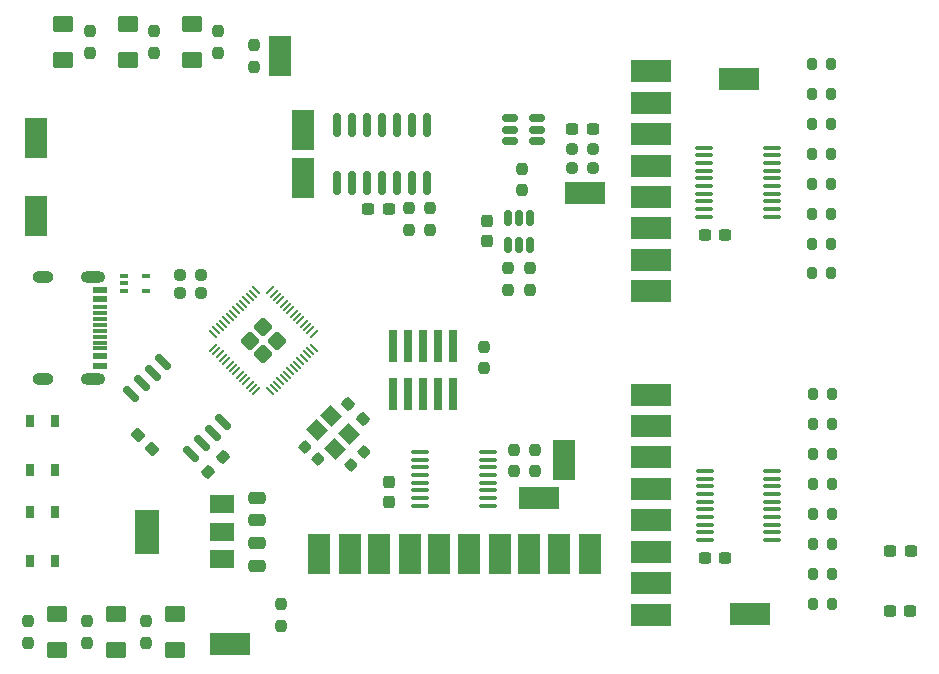
<source format=gbr>
%TF.GenerationSoftware,KiCad,Pcbnew,7.0.7*%
%TF.CreationDate,2023-10-22T12:37:57-05:00*%
%TF.ProjectId,state mode logic analyzer,73746174-6520-46d6-9f64-65206c6f6769,1*%
%TF.SameCoordinates,Original*%
%TF.FileFunction,Paste,Top*%
%TF.FilePolarity,Positive*%
%FSLAX46Y46*%
G04 Gerber Fmt 4.6, Leading zero omitted, Abs format (unit mm)*
G04 Created by KiCad (PCBNEW 7.0.7) date 2023-10-22 12:37:57*
%MOMM*%
%LPD*%
G01*
G04 APERTURE LIST*
G04 Aperture macros list*
%AMRoundRect*
0 Rectangle with rounded corners*
0 $1 Rounding radius*
0 $2 $3 $4 $5 $6 $7 $8 $9 X,Y pos of 4 corners*
0 Add a 4 corners polygon primitive as box body*
4,1,4,$2,$3,$4,$5,$6,$7,$8,$9,$2,$3,0*
0 Add four circle primitives for the rounded corners*
1,1,$1+$1,$2,$3*
1,1,$1+$1,$4,$5*
1,1,$1+$1,$6,$7*
1,1,$1+$1,$8,$9*
0 Add four rect primitives between the rounded corners*
20,1,$1+$1,$2,$3,$4,$5,0*
20,1,$1+$1,$4,$5,$6,$7,0*
20,1,$1+$1,$6,$7,$8,$9,0*
20,1,$1+$1,$8,$9,$2,$3,0*%
%AMRotRect*
0 Rectangle, with rotation*
0 The origin of the aperture is its center*
0 $1 length*
0 $2 width*
0 $3 Rotation angle, in degrees counterclockwise*
0 Add horizontal line*
21,1,$1,$2,0,0,$3*%
G04 Aperture macros list end*
%ADD10RoundRect,0.237500X0.237500X-0.250000X0.237500X0.250000X-0.237500X0.250000X-0.237500X-0.250000X0*%
%ADD11RoundRect,0.237500X-0.344715X0.008839X0.008839X-0.344715X0.344715X-0.008839X-0.008839X0.344715X0*%
%ADD12RoundRect,0.250001X0.624999X-0.462499X0.624999X0.462499X-0.624999X0.462499X-0.624999X-0.462499X0*%
%ADD13RotRect,1.400000X1.200000X315.000000*%
%ADD14RoundRect,0.225000X-0.335876X-0.017678X-0.017678X-0.335876X0.335876X0.017678X0.017678X0.335876X0*%
%ADD15R,1.850000X3.450000*%
%ADD16RoundRect,0.237500X-0.237500X0.250000X-0.237500X-0.250000X0.237500X-0.250000X0.237500X0.250000X0*%
%ADD17R,0.650000X1.050000*%
%ADD18R,3.450000X1.850000*%
%ADD19R,1.150000X0.600000*%
%ADD20R,1.150000X0.300000*%
%ADD21O,2.100000X1.000000*%
%ADD22O,1.800000X1.000000*%
%ADD23RoundRect,0.200000X0.200000X0.275000X-0.200000X0.275000X-0.200000X-0.275000X0.200000X-0.275000X0*%
%ADD24RoundRect,0.237500X-0.237500X0.300000X-0.237500X-0.300000X0.237500X-0.300000X0.237500X0.300000X0*%
%ADD25RoundRect,0.237500X0.300000X0.237500X-0.300000X0.237500X-0.300000X-0.237500X0.300000X-0.237500X0*%
%ADD26RoundRect,0.150000X-0.150000X0.512500X-0.150000X-0.512500X0.150000X-0.512500X0.150000X0.512500X0*%
%ADD27RoundRect,0.150000X0.565685X-0.353553X-0.353553X0.565685X-0.565685X0.353553X0.353553X-0.565685X0*%
%ADD28R,0.650000X0.400000*%
%ADD29RoundRect,0.150000X-0.512500X-0.150000X0.512500X-0.150000X0.512500X0.150000X-0.512500X0.150000X0*%
%ADD30RoundRect,0.237500X0.250000X0.237500X-0.250000X0.237500X-0.250000X-0.237500X0.250000X-0.237500X0*%
%ADD31RoundRect,0.250000X-0.475000X0.250000X-0.475000X-0.250000X0.475000X-0.250000X0.475000X0.250000X0*%
%ADD32R,2.000000X1.500000*%
%ADD33R,2.000000X3.800000*%
%ADD34R,0.740000X2.790000*%
%ADD35RoundRect,0.237500X-0.250000X-0.237500X0.250000X-0.237500X0.250000X0.237500X-0.250000X0.237500X0*%
%ADD36RoundRect,0.237500X0.237500X-0.300000X0.237500X0.300000X-0.237500X0.300000X-0.237500X-0.300000X0*%
%ADD37RoundRect,0.237500X-0.380070X0.044194X0.044194X-0.380070X0.380070X-0.044194X-0.044194X0.380070X0*%
%ADD38RoundRect,0.237500X0.008839X0.344715X-0.344715X-0.008839X-0.008839X-0.344715X0.344715X0.008839X0*%
%ADD39RoundRect,0.100000X0.637500X0.100000X-0.637500X0.100000X-0.637500X-0.100000X0.637500X-0.100000X0*%
%ADD40RoundRect,0.249999X0.000000X-0.558616X0.558616X0.000000X0.000000X0.558616X-0.558616X0.000000X0*%
%ADD41RoundRect,0.050000X-0.238649X-0.309359X0.309359X0.238649X0.238649X0.309359X-0.309359X-0.238649X0*%
%ADD42RoundRect,0.050000X0.238649X-0.309359X0.309359X-0.238649X-0.238649X0.309359X-0.309359X0.238649X0*%
%ADD43RoundRect,0.225000X-0.017678X0.335876X-0.335876X0.017678X0.017678X-0.335876X0.335876X-0.017678X0*%
%ADD44RoundRect,0.250000X0.475000X-0.250000X0.475000X0.250000X-0.475000X0.250000X-0.475000X-0.250000X0*%
%ADD45RoundRect,0.237500X-0.300000X-0.237500X0.300000X-0.237500X0.300000X0.237500X-0.300000X0.237500X0*%
%ADD46RoundRect,0.150000X0.150000X-0.825000X0.150000X0.825000X-0.150000X0.825000X-0.150000X-0.825000X0*%
G04 APERTURE END LIST*
D10*
%TO.C,R11*%
X106025000Y-70287500D03*
X106025000Y-68462500D03*
%TD*%
D11*
%TO.C,R12*%
X91979765Y-64579765D03*
X93270235Y-65870235D03*
%TD*%
D12*
%TO.C,D3*%
X77375000Y-85387500D03*
X77375000Y-82412500D03*
%TD*%
D13*
%TO.C,Y1*%
X89346142Y-66823223D03*
X90901777Y-68378858D03*
X92103858Y-67176777D03*
X90548223Y-65621142D03*
%TD*%
D14*
%TO.C,C1*%
X88326992Y-68201992D03*
X89423008Y-69298008D03*
%TD*%
D15*
%TO.C,TP7*%
X92125000Y-77300000D03*
%TD*%
%TO.C,TP3*%
X102275000Y-77300000D03*
%TD*%
D16*
%TO.C,R1*%
X86350000Y-81537500D03*
X86350000Y-83362500D03*
%TD*%
D17*
%TO.C,SW1*%
X67225000Y-73750000D03*
X67225000Y-77900000D03*
X65075000Y-73750000D03*
X65075000Y-77900000D03*
%TD*%
D12*
%TO.C,D5*%
X73350000Y-35437500D03*
X73350000Y-32462500D03*
%TD*%
D18*
%TO.C,TP12*%
X112050000Y-46725000D03*
%TD*%
%TO.C,TP105*%
X117625000Y-49739999D03*
%TD*%
%TO.C,TP110*%
X117625000Y-69125000D03*
%TD*%
D19*
%TO.C,J1*%
X70955000Y-54950000D03*
X70955000Y-55750000D03*
D20*
X70955000Y-56900000D03*
X70955000Y-57900000D03*
X70955000Y-58400000D03*
X70955000Y-59400000D03*
D19*
X70955000Y-60550000D03*
X70955000Y-61350000D03*
X70955000Y-61350000D03*
X70955000Y-60550000D03*
D20*
X70955000Y-59900000D03*
X70955000Y-58900000D03*
X70955000Y-57400000D03*
X70955000Y-56400000D03*
D19*
X70955000Y-55750000D03*
X70955000Y-54950000D03*
D21*
X70380000Y-53830000D03*
D22*
X66200000Y-53830000D03*
D21*
X70380000Y-62470000D03*
D22*
X66200000Y-62470000D03*
%TD*%
D23*
%TO.C,R35*%
X132995000Y-68810714D03*
X131345000Y-68810714D03*
%TD*%
%TO.C,R31*%
X132900000Y-51014284D03*
X131250000Y-51014284D03*
%TD*%
D24*
%TO.C,C19*%
X103750000Y-49112500D03*
X103750000Y-50837500D03*
%TD*%
D23*
%TO.C,R34*%
X132995000Y-66267857D03*
X131345000Y-66267857D03*
%TD*%
D25*
%TO.C,C24*%
X139612500Y-82100000D03*
X137887500Y-82100000D03*
%TD*%
D26*
%TO.C,U5*%
X107425000Y-48837500D03*
X106475000Y-48837500D03*
X105525000Y-48837500D03*
X105525000Y-51112500D03*
X106475000Y-51112500D03*
X107425000Y-51112500D03*
%TD*%
D18*
%TO.C,TP102*%
X117625000Y-41750000D03*
%TD*%
D23*
%TO.C,R39*%
X132995000Y-78982142D03*
X131345000Y-78982142D03*
%TD*%
D16*
%TO.C,R18*%
X107445000Y-53087500D03*
X107445000Y-54912500D03*
%TD*%
D27*
%TO.C,U7*%
X78738666Y-68832743D03*
X79636692Y-67934717D03*
X80534717Y-67036692D03*
X81432743Y-66138666D03*
X76341574Y-61047497D03*
X75443548Y-61945523D03*
X74545523Y-62843548D03*
X73647497Y-63741574D03*
%TD*%
D23*
%TO.C,R25*%
X132900000Y-35800000D03*
X131250000Y-35800000D03*
%TD*%
D16*
%TO.C,R20*%
X106750000Y-44662500D03*
X106750000Y-46487500D03*
%TD*%
D28*
%TO.C,D7*%
X73025000Y-53725000D03*
X73025000Y-54375000D03*
X73025000Y-55025000D03*
X74925000Y-55025000D03*
X74925000Y-53725000D03*
%TD*%
D18*
%TO.C,TP18*%
X126025000Y-82400000D03*
%TD*%
D25*
%TO.C,C21*%
X95437500Y-48050000D03*
X93712500Y-48050000D03*
%TD*%
D23*
%TO.C,R28*%
X132900000Y-43407142D03*
X131250000Y-43407142D03*
%TD*%
D18*
%TO.C,TP100*%
X117625000Y-36423334D03*
%TD*%
%TO.C,TP111*%
X117625000Y-71788333D03*
%TD*%
D16*
%TO.C,R19*%
X105505000Y-53087500D03*
X105505000Y-54912500D03*
%TD*%
D15*
%TO.C,TP0*%
X109900000Y-77315000D03*
%TD*%
D18*
%TO.C,TP106*%
X117625000Y-52403332D03*
%TD*%
D12*
%TO.C,D4*%
X78825000Y-35437500D03*
X78825000Y-32462500D03*
%TD*%
D15*
%TO.C,TP8*%
X89575000Y-77325000D03*
%TD*%
D29*
%TO.C,U4*%
X105712500Y-40425000D03*
X105712500Y-41375000D03*
X105712500Y-42325000D03*
X107987500Y-42325000D03*
X107987500Y-41375000D03*
X107987500Y-40425000D03*
%TD*%
D12*
%TO.C,D1*%
X67395000Y-85387500D03*
X67395000Y-82412500D03*
%TD*%
%TO.C,D6*%
X67850000Y-35437500D03*
X67850000Y-32462500D03*
%TD*%
D23*
%TO.C,R30*%
X132900000Y-48478570D03*
X131250000Y-48478570D03*
%TD*%
D16*
%TO.C,R2*%
X84075000Y-34237500D03*
X84075000Y-36062500D03*
%TD*%
D25*
%TO.C,C3*%
X123937500Y-50300000D03*
X122212500Y-50300000D03*
%TD*%
D30*
%TO.C,R21*%
X112762500Y-44650000D03*
X110937500Y-44650000D03*
%TD*%
D31*
%TO.C,C6*%
X84325000Y-72550000D03*
X84325000Y-74450000D03*
%TD*%
D23*
%TO.C,R40*%
X132995000Y-81525000D03*
X131345000Y-81525000D03*
%TD*%
D18*
%TO.C,TP109*%
X117625000Y-66461667D03*
%TD*%
D10*
%TO.C,R6*%
X69890000Y-84835000D03*
X69890000Y-83010000D03*
%TD*%
D18*
%TO.C,TP101*%
X117625000Y-39086667D03*
%TD*%
%TO.C,TP113*%
X117625000Y-77114999D03*
%TD*%
D32*
%TO.C,U9*%
X81300000Y-77700000D03*
X81300000Y-75400000D03*
X81300000Y-73100000D03*
D33*
X75000000Y-75400000D03*
%TD*%
D15*
%TO.C,TP6*%
X94650000Y-77300000D03*
%TD*%
D34*
%TO.C,J7*%
X95810000Y-63785000D03*
X95810000Y-59715000D03*
X97080000Y-63785000D03*
X97080000Y-59715000D03*
X98350000Y-63785000D03*
X98350000Y-59715000D03*
X99620000Y-63785000D03*
X99620000Y-59715000D03*
X100890000Y-63785000D03*
X100890000Y-59715000D03*
%TD*%
D23*
%TO.C,R36*%
X132995000Y-71353571D03*
X131345000Y-71353571D03*
%TD*%
D15*
%TO.C,TP4*%
X99725000Y-77300000D03*
%TD*%
D35*
%TO.C,R22*%
X110937500Y-43000000D03*
X112762500Y-43000000D03*
%TD*%
D36*
%TO.C,C22*%
X95475000Y-72887500D03*
X95475000Y-71162500D03*
%TD*%
D25*
%TO.C,C23*%
X139637500Y-77050000D03*
X137912500Y-77050000D03*
%TD*%
D15*
%TO.C,TP5*%
X97225000Y-77300000D03*
%TD*%
%TO.C,TP19*%
X65550000Y-48675000D03*
%TD*%
D10*
%TO.C,R5*%
X64900000Y-84835000D03*
X64900000Y-83010000D03*
%TD*%
%TO.C,R4*%
X75600000Y-34885000D03*
X75600000Y-33060000D03*
%TD*%
D16*
%TO.C,R15*%
X98950000Y-48012500D03*
X98950000Y-49837500D03*
%TD*%
D18*
%TO.C,TP10*%
X108150000Y-72550000D03*
%TD*%
D23*
%TO.C,R29*%
X132900000Y-45942856D03*
X131250000Y-45942856D03*
%TD*%
D15*
%TO.C,TP13*%
X88175000Y-41375000D03*
%TD*%
%TO.C,TP9*%
X86275000Y-35125000D03*
%TD*%
D37*
%TO.C,C31*%
X74205240Y-67205240D03*
X75425000Y-68425000D03*
%TD*%
D30*
%TO.C,R16*%
X79562500Y-53650000D03*
X77737500Y-53650000D03*
%TD*%
D38*
%TO.C,R10*%
X81410355Y-69082385D03*
X80119885Y-70372855D03*
%TD*%
D15*
%TO.C,TP15*%
X65575000Y-42100000D03*
%TD*%
D18*
%TO.C,TP108*%
X117625000Y-63798334D03*
%TD*%
D10*
%TO.C,R7*%
X74880000Y-84835000D03*
X74880000Y-83010000D03*
%TD*%
D18*
%TO.C,TP115*%
X117625000Y-82441670D03*
%TD*%
%TO.C,TP107*%
X117625000Y-55066665D03*
%TD*%
D15*
%TO.C,TP133*%
X112475000Y-77300000D03*
%TD*%
%TO.C,TP14*%
X88175000Y-45450000D03*
%TD*%
D39*
%TO.C,U10*%
X127900000Y-48737500D03*
X127900000Y-48087500D03*
X127900000Y-47437500D03*
X127900000Y-46787500D03*
X127900000Y-46137500D03*
X127900000Y-45487500D03*
X127900000Y-44837500D03*
X127900000Y-44187500D03*
X127900000Y-43537500D03*
X127900000Y-42887500D03*
X122175000Y-42887500D03*
X122175000Y-43537500D03*
X122175000Y-44187500D03*
X122175000Y-44837500D03*
X122175000Y-45487500D03*
X122175000Y-46137500D03*
X122175000Y-46787500D03*
X122175000Y-47437500D03*
X122175000Y-48087500D03*
X122175000Y-48737500D03*
%TD*%
D18*
%TO.C,TP104*%
X117625000Y-47076666D03*
%TD*%
D10*
%TO.C,R3*%
X81025000Y-34885000D03*
X81025000Y-33060000D03*
%TD*%
D15*
%TO.C,TP2*%
X104825000Y-77300000D03*
%TD*%
D23*
%TO.C,R38*%
X132995000Y-76439285D03*
X131345000Y-76439285D03*
%TD*%
D18*
%TO.C,TP114*%
X117625000Y-79778332D03*
%TD*%
D25*
%TO.C,C4*%
X123937500Y-77675000D03*
X122212500Y-77675000D03*
%TD*%
D16*
%TO.C,R13*%
X97200000Y-48012500D03*
X97200000Y-49837500D03*
%TD*%
D40*
%TO.C,U1*%
X83687258Y-59250000D03*
X84818629Y-60381371D03*
X84818629Y-58118629D03*
X85950000Y-59250000D03*
D41*
X80549472Y-59842202D03*
X80832315Y-60125045D03*
X81115157Y-60407887D03*
X81398000Y-60690730D03*
X81680843Y-60973573D03*
X81963685Y-61256415D03*
X82246528Y-61539258D03*
X82529371Y-61822101D03*
X82812214Y-62104944D03*
X83095056Y-62387786D03*
X83377899Y-62670629D03*
X83660742Y-62953472D03*
X83943584Y-63236314D03*
X84226427Y-63519157D03*
D42*
X85410831Y-63519157D03*
X85693674Y-63236314D03*
X85976516Y-62953472D03*
X86259359Y-62670629D03*
X86542202Y-62387786D03*
X86825044Y-62104944D03*
X87107887Y-61822101D03*
X87390730Y-61539258D03*
X87673573Y-61256415D03*
X87956415Y-60973573D03*
X88239258Y-60690730D03*
X88522101Y-60407887D03*
X88804943Y-60125045D03*
X89087786Y-59842202D03*
D41*
X89087786Y-58657798D03*
X88804943Y-58374955D03*
X88522101Y-58092113D03*
X88239258Y-57809270D03*
X87956415Y-57526427D03*
X87673573Y-57243585D03*
X87390730Y-56960742D03*
X87107887Y-56677899D03*
X86825044Y-56395056D03*
X86542202Y-56112214D03*
X86259359Y-55829371D03*
X85976516Y-55546528D03*
X85693674Y-55263686D03*
X85410831Y-54980843D03*
D42*
X84226427Y-54980843D03*
X83943584Y-55263686D03*
X83660742Y-55546528D03*
X83377899Y-55829371D03*
X83095056Y-56112214D03*
X82812214Y-56395056D03*
X82529371Y-56677899D03*
X82246528Y-56960742D03*
X81963685Y-57243585D03*
X81680843Y-57526427D03*
X81398000Y-57809270D03*
X81115157Y-58092113D03*
X80832315Y-58374955D03*
X80549472Y-58657798D03*
%TD*%
D30*
%TO.C,R17*%
X79562500Y-55200000D03*
X77737500Y-55200000D03*
%TD*%
D23*
%TO.C,R33*%
X132995000Y-63725000D03*
X131345000Y-63725000D03*
%TD*%
D39*
%TO.C,U11*%
X127925000Y-76112500D03*
X127925000Y-75462500D03*
X127925000Y-74812500D03*
X127925000Y-74162500D03*
X127925000Y-73512500D03*
X127925000Y-72862500D03*
X127925000Y-72212500D03*
X127925000Y-71562500D03*
X127925000Y-70912500D03*
X127925000Y-70262500D03*
X122200000Y-70262500D03*
X122200000Y-70912500D03*
X122200000Y-71562500D03*
X122200000Y-72212500D03*
X122200000Y-72862500D03*
X122200000Y-73512500D03*
X122200000Y-74162500D03*
X122200000Y-74812500D03*
X122200000Y-75462500D03*
X122200000Y-76112500D03*
%TD*%
D43*
%TO.C,C2*%
X93348008Y-68626992D03*
X92251992Y-69723008D03*
%TD*%
D18*
%TO.C,TP103*%
X117625000Y-44413333D03*
%TD*%
D10*
%TO.C,R8*%
X103550000Y-61562500D03*
X103550000Y-59737500D03*
%TD*%
%TO.C,R9*%
X107850000Y-70287500D03*
X107850000Y-68462500D03*
%TD*%
D15*
%TO.C,TP11*%
X110250000Y-69375000D03*
%TD*%
D10*
%TO.C,R14*%
X70125000Y-34862500D03*
X70125000Y-33037500D03*
%TD*%
D12*
%TO.C,D2*%
X72385000Y-85387500D03*
X72385000Y-82412500D03*
%TD*%
D44*
%TO.C,C5*%
X84325000Y-78275000D03*
X84325000Y-76375000D03*
%TD*%
D23*
%TO.C,R27*%
X132900000Y-40871428D03*
X131250000Y-40871428D03*
%TD*%
%TO.C,R26*%
X132900000Y-38335714D03*
X131250000Y-38335714D03*
%TD*%
D45*
%TO.C,C20*%
X110987500Y-41350000D03*
X112712500Y-41350000D03*
%TD*%
D46*
%TO.C,U6*%
X91065000Y-45925000D03*
X92335000Y-45925000D03*
X93605000Y-45925000D03*
X94875000Y-45925000D03*
X96145000Y-45925000D03*
X97415000Y-45925000D03*
X98685000Y-45925000D03*
X98685000Y-40975000D03*
X97415000Y-40975000D03*
X96145000Y-40975000D03*
X94875000Y-40975000D03*
X93605000Y-40975000D03*
X92335000Y-40975000D03*
X91065000Y-40975000D03*
%TD*%
D23*
%TO.C,R37*%
X132995000Y-73896428D03*
X131345000Y-73896428D03*
%TD*%
D39*
%TO.C,U3*%
X103837500Y-73200000D03*
X103837500Y-72550000D03*
X103837500Y-71900000D03*
X103837500Y-71250000D03*
X103837500Y-70600000D03*
X103837500Y-69950000D03*
X103837500Y-69300000D03*
X103837500Y-68650000D03*
X98112500Y-68650000D03*
X98112500Y-69300000D03*
X98112500Y-69950000D03*
X98112500Y-70600000D03*
X98112500Y-71250000D03*
X98112500Y-71900000D03*
X98112500Y-72550000D03*
X98112500Y-73200000D03*
%TD*%
D18*
%TO.C,TP16*%
X82025000Y-84925000D03*
%TD*%
D23*
%TO.C,R32*%
X132900000Y-53550000D03*
X131250000Y-53550000D03*
%TD*%
D15*
%TO.C,TP1*%
X107350000Y-77315000D03*
%TD*%
D17*
%TO.C,SW2*%
X67225000Y-66075000D03*
X67225000Y-70225000D03*
X65075000Y-66075000D03*
X65075000Y-70225000D03*
%TD*%
D18*
%TO.C,TP112*%
X117625000Y-74451666D03*
%TD*%
%TO.C,TP17*%
X125100000Y-37100000D03*
%TD*%
M02*

</source>
